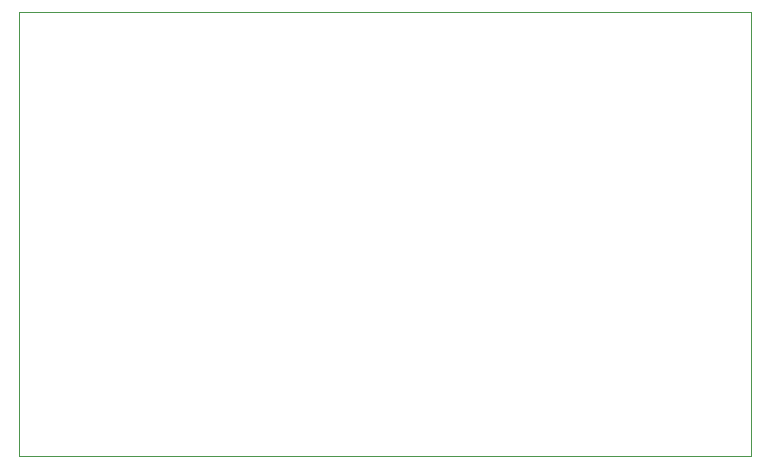
<source format=gbr>
%TF.GenerationSoftware,KiCad,Pcbnew,(6.0.1)*%
%TF.CreationDate,2023-11-08T16:04:03-05:00*%
%TF.ProjectId,Resistance1,52657369-7374-4616-9e63-65312e6b6963,rev?*%
%TF.SameCoordinates,Original*%
%TF.FileFunction,Profile,NP*%
%FSLAX46Y46*%
G04 Gerber Fmt 4.6, Leading zero omitted, Abs format (unit mm)*
G04 Created by KiCad (PCBNEW (6.0.1)) date 2023-11-08 16:04:03*
%MOMM*%
%LPD*%
G01*
G04 APERTURE LIST*
%TA.AperFunction,Profile*%
%ADD10C,0.050000*%
%TD*%
G04 APERTURE END LIST*
D10*
X159512000Y-103632000D02*
X159512000Y-66040000D01*
X221488000Y-103632000D02*
X159512000Y-103632000D01*
X221488000Y-66040000D02*
X221488000Y-103632000D01*
X159512000Y-66040000D02*
X221488000Y-66040000D01*
M02*

</source>
